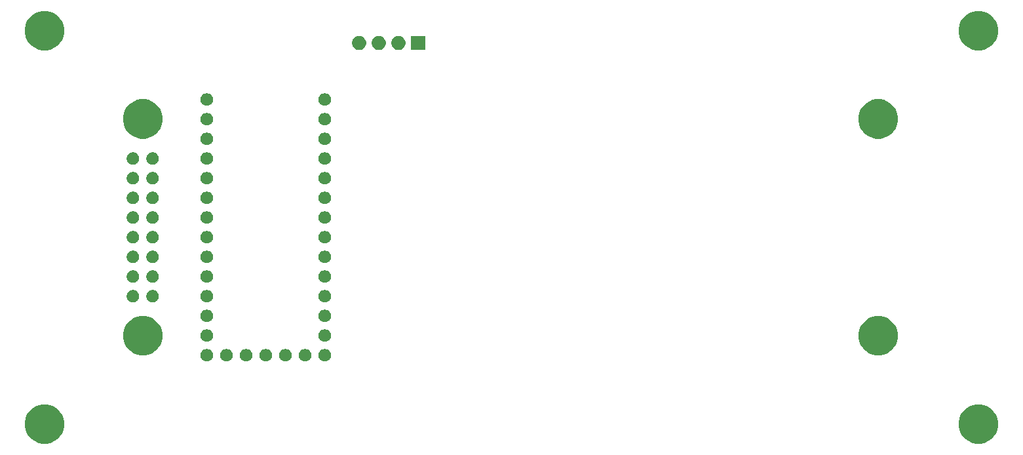
<source format=gbr>
G04 #@! TF.GenerationSoftware,KiCad,Pcbnew,(5.1.5)-3*
G04 #@! TF.CreationDate,2020-06-23T15:46:55-07:00*
G04 #@! TF.ProjectId,Display Board,44697370-6c61-4792-9042-6f6172642e6b,rev?*
G04 #@! TF.SameCoordinates,Original*
G04 #@! TF.FileFunction,Soldermask,Bot*
G04 #@! TF.FilePolarity,Negative*
%FSLAX46Y46*%
G04 Gerber Fmt 4.6, Leading zero omitted, Abs format (unit mm)*
G04 Created by KiCad (PCBNEW (5.1.5)-3) date 2020-06-23 15:46:55*
%MOMM*%
%LPD*%
G04 APERTURE LIST*
%ADD10C,0.100000*%
G04 APERTURE END LIST*
D10*
G36*
X203944098Y-118197033D02*
G01*
X204408350Y-118389332D01*
X204408352Y-118389333D01*
X204826168Y-118668509D01*
X205181491Y-119023832D01*
X205460667Y-119441648D01*
X205460668Y-119441650D01*
X205652967Y-119905902D01*
X205751000Y-120398747D01*
X205751000Y-120901253D01*
X205652967Y-121394098D01*
X205460668Y-121858350D01*
X205460667Y-121858352D01*
X205181491Y-122276168D01*
X204826168Y-122631491D01*
X204408352Y-122910667D01*
X204408351Y-122910668D01*
X204408350Y-122910668D01*
X203944098Y-123102967D01*
X203451253Y-123201000D01*
X202948747Y-123201000D01*
X202455902Y-123102967D01*
X201991650Y-122910668D01*
X201991649Y-122910668D01*
X201991648Y-122910667D01*
X201573832Y-122631491D01*
X201218509Y-122276168D01*
X200939333Y-121858352D01*
X200939332Y-121858350D01*
X200747033Y-121394098D01*
X200649000Y-120901253D01*
X200649000Y-120398747D01*
X200747033Y-119905902D01*
X200939332Y-119441650D01*
X200939333Y-119441648D01*
X201218509Y-119023832D01*
X201573832Y-118668509D01*
X201991648Y-118389333D01*
X201991650Y-118389332D01*
X202455902Y-118197033D01*
X202948747Y-118099000D01*
X203451253Y-118099000D01*
X203944098Y-118197033D01*
G37*
G36*
X83294098Y-118197033D02*
G01*
X83758350Y-118389332D01*
X83758352Y-118389333D01*
X84176168Y-118668509D01*
X84531491Y-119023832D01*
X84810667Y-119441648D01*
X84810668Y-119441650D01*
X85002967Y-119905902D01*
X85101000Y-120398747D01*
X85101000Y-120901253D01*
X85002967Y-121394098D01*
X84810668Y-121858350D01*
X84810667Y-121858352D01*
X84531491Y-122276168D01*
X84176168Y-122631491D01*
X83758352Y-122910667D01*
X83758351Y-122910668D01*
X83758350Y-122910668D01*
X83294098Y-123102967D01*
X82801253Y-123201000D01*
X82298747Y-123201000D01*
X81805902Y-123102967D01*
X81341650Y-122910668D01*
X81341649Y-122910668D01*
X81341648Y-122910667D01*
X80923832Y-122631491D01*
X80568509Y-122276168D01*
X80289333Y-121858352D01*
X80289332Y-121858350D01*
X80097033Y-121394098D01*
X79999000Y-120901253D01*
X79999000Y-120398747D01*
X80097033Y-119905902D01*
X80289332Y-119441650D01*
X80289333Y-119441648D01*
X80568509Y-119023832D01*
X80923832Y-118668509D01*
X81341648Y-118389333D01*
X81341650Y-118389332D01*
X81805902Y-118197033D01*
X82298747Y-118099000D01*
X82801253Y-118099000D01*
X83294098Y-118197033D01*
G37*
G36*
X111362142Y-110978242D02*
G01*
X111510101Y-111039529D01*
X111643255Y-111128499D01*
X111756501Y-111241745D01*
X111845471Y-111374899D01*
X111906758Y-111522858D01*
X111938000Y-111679925D01*
X111938000Y-111840075D01*
X111906758Y-111997142D01*
X111845471Y-112145101D01*
X111756501Y-112278255D01*
X111643255Y-112391501D01*
X111510101Y-112480471D01*
X111362142Y-112541758D01*
X111205075Y-112573000D01*
X111044925Y-112573000D01*
X110887858Y-112541758D01*
X110739899Y-112480471D01*
X110606745Y-112391501D01*
X110493499Y-112278255D01*
X110404529Y-112145101D01*
X110343242Y-111997142D01*
X110312000Y-111840075D01*
X110312000Y-111679925D01*
X110343242Y-111522858D01*
X110404529Y-111374899D01*
X110493499Y-111241745D01*
X110606745Y-111128499D01*
X110739899Y-111039529D01*
X110887858Y-110978242D01*
X111044925Y-110947000D01*
X111205075Y-110947000D01*
X111362142Y-110978242D01*
G37*
G36*
X113902142Y-110978242D02*
G01*
X114050101Y-111039529D01*
X114183255Y-111128499D01*
X114296501Y-111241745D01*
X114385471Y-111374899D01*
X114446758Y-111522858D01*
X114478000Y-111679925D01*
X114478000Y-111840075D01*
X114446758Y-111997142D01*
X114385471Y-112145101D01*
X114296501Y-112278255D01*
X114183255Y-112391501D01*
X114050101Y-112480471D01*
X113902142Y-112541758D01*
X113745075Y-112573000D01*
X113584925Y-112573000D01*
X113427858Y-112541758D01*
X113279899Y-112480471D01*
X113146745Y-112391501D01*
X113033499Y-112278255D01*
X112944529Y-112145101D01*
X112883242Y-111997142D01*
X112852000Y-111840075D01*
X112852000Y-111679925D01*
X112883242Y-111522858D01*
X112944529Y-111374899D01*
X113033499Y-111241745D01*
X113146745Y-111128499D01*
X113279899Y-111039529D01*
X113427858Y-110978242D01*
X113584925Y-110947000D01*
X113745075Y-110947000D01*
X113902142Y-110978242D01*
G37*
G36*
X108822142Y-110978242D02*
G01*
X108970101Y-111039529D01*
X109103255Y-111128499D01*
X109216501Y-111241745D01*
X109305471Y-111374899D01*
X109366758Y-111522858D01*
X109398000Y-111679925D01*
X109398000Y-111840075D01*
X109366758Y-111997142D01*
X109305471Y-112145101D01*
X109216501Y-112278255D01*
X109103255Y-112391501D01*
X108970101Y-112480471D01*
X108822142Y-112541758D01*
X108665075Y-112573000D01*
X108504925Y-112573000D01*
X108347858Y-112541758D01*
X108199899Y-112480471D01*
X108066745Y-112391501D01*
X107953499Y-112278255D01*
X107864529Y-112145101D01*
X107803242Y-111997142D01*
X107772000Y-111840075D01*
X107772000Y-111679925D01*
X107803242Y-111522858D01*
X107864529Y-111374899D01*
X107953499Y-111241745D01*
X108066745Y-111128499D01*
X108199899Y-111039529D01*
X108347858Y-110978242D01*
X108504925Y-110947000D01*
X108665075Y-110947000D01*
X108822142Y-110978242D01*
G37*
G36*
X106282142Y-110978242D02*
G01*
X106430101Y-111039529D01*
X106563255Y-111128499D01*
X106676501Y-111241745D01*
X106765471Y-111374899D01*
X106826758Y-111522858D01*
X106858000Y-111679925D01*
X106858000Y-111840075D01*
X106826758Y-111997142D01*
X106765471Y-112145101D01*
X106676501Y-112278255D01*
X106563255Y-112391501D01*
X106430101Y-112480471D01*
X106282142Y-112541758D01*
X106125075Y-112573000D01*
X105964925Y-112573000D01*
X105807858Y-112541758D01*
X105659899Y-112480471D01*
X105526745Y-112391501D01*
X105413499Y-112278255D01*
X105324529Y-112145101D01*
X105263242Y-111997142D01*
X105232000Y-111840075D01*
X105232000Y-111679925D01*
X105263242Y-111522858D01*
X105324529Y-111374899D01*
X105413499Y-111241745D01*
X105526745Y-111128499D01*
X105659899Y-111039529D01*
X105807858Y-110978242D01*
X105964925Y-110947000D01*
X106125075Y-110947000D01*
X106282142Y-110978242D01*
G37*
G36*
X118982142Y-110978242D02*
G01*
X119130101Y-111039529D01*
X119263255Y-111128499D01*
X119376501Y-111241745D01*
X119465471Y-111374899D01*
X119526758Y-111522858D01*
X119558000Y-111679925D01*
X119558000Y-111840075D01*
X119526758Y-111997142D01*
X119465471Y-112145101D01*
X119376501Y-112278255D01*
X119263255Y-112391501D01*
X119130101Y-112480471D01*
X118982142Y-112541758D01*
X118825075Y-112573000D01*
X118664925Y-112573000D01*
X118507858Y-112541758D01*
X118359899Y-112480471D01*
X118226745Y-112391501D01*
X118113499Y-112278255D01*
X118024529Y-112145101D01*
X117963242Y-111997142D01*
X117932000Y-111840075D01*
X117932000Y-111679925D01*
X117963242Y-111522858D01*
X118024529Y-111374899D01*
X118113499Y-111241745D01*
X118226745Y-111128499D01*
X118359899Y-111039529D01*
X118507858Y-110978242D01*
X118664925Y-110947000D01*
X118825075Y-110947000D01*
X118982142Y-110978242D01*
G37*
G36*
X116442142Y-110978242D02*
G01*
X116590101Y-111039529D01*
X116723255Y-111128499D01*
X116836501Y-111241745D01*
X116925471Y-111374899D01*
X116986758Y-111522858D01*
X117018000Y-111679925D01*
X117018000Y-111840075D01*
X116986758Y-111997142D01*
X116925471Y-112145101D01*
X116836501Y-112278255D01*
X116723255Y-112391501D01*
X116590101Y-112480471D01*
X116442142Y-112541758D01*
X116285075Y-112573000D01*
X116124925Y-112573000D01*
X115967858Y-112541758D01*
X115819899Y-112480471D01*
X115686745Y-112391501D01*
X115573499Y-112278255D01*
X115484529Y-112145101D01*
X115423242Y-111997142D01*
X115392000Y-111840075D01*
X115392000Y-111679925D01*
X115423242Y-111522858D01*
X115484529Y-111374899D01*
X115573499Y-111241745D01*
X115686745Y-111128499D01*
X115819899Y-111039529D01*
X115967858Y-110978242D01*
X116124925Y-110947000D01*
X116285075Y-110947000D01*
X116442142Y-110978242D01*
G37*
G36*
X103742142Y-110978242D02*
G01*
X103890101Y-111039529D01*
X104023255Y-111128499D01*
X104136501Y-111241745D01*
X104225471Y-111374899D01*
X104286758Y-111522858D01*
X104318000Y-111679925D01*
X104318000Y-111840075D01*
X104286758Y-111997142D01*
X104225471Y-112145101D01*
X104136501Y-112278255D01*
X104023255Y-112391501D01*
X103890101Y-112480471D01*
X103742142Y-112541758D01*
X103585075Y-112573000D01*
X103424925Y-112573000D01*
X103267858Y-112541758D01*
X103119899Y-112480471D01*
X102986745Y-112391501D01*
X102873499Y-112278255D01*
X102784529Y-112145101D01*
X102723242Y-111997142D01*
X102692000Y-111840075D01*
X102692000Y-111679925D01*
X102723242Y-111522858D01*
X102784529Y-111374899D01*
X102873499Y-111241745D01*
X102986745Y-111128499D01*
X103119899Y-111039529D01*
X103267858Y-110978242D01*
X103424925Y-110947000D01*
X103585075Y-110947000D01*
X103742142Y-110978242D01*
G37*
G36*
X190994098Y-106797033D02*
G01*
X191458350Y-106989332D01*
X191458352Y-106989333D01*
X191876168Y-107268509D01*
X192231491Y-107623832D01*
X192510667Y-108041648D01*
X192510668Y-108041650D01*
X192702967Y-108505902D01*
X192801000Y-108998747D01*
X192801000Y-109501253D01*
X192702967Y-109994098D01*
X192699794Y-110001758D01*
X192510667Y-110458352D01*
X192231491Y-110876168D01*
X191876168Y-111231491D01*
X191458352Y-111510667D01*
X191458351Y-111510668D01*
X191458350Y-111510668D01*
X190994098Y-111702967D01*
X190501253Y-111801000D01*
X189998747Y-111801000D01*
X189505902Y-111702967D01*
X189041650Y-111510668D01*
X189041649Y-111510668D01*
X189041648Y-111510667D01*
X188623832Y-111231491D01*
X188268509Y-110876168D01*
X187989333Y-110458352D01*
X187800206Y-110001758D01*
X187797033Y-109994098D01*
X187699000Y-109501253D01*
X187699000Y-108998747D01*
X187797033Y-108505902D01*
X187989332Y-108041650D01*
X187989333Y-108041648D01*
X188268509Y-107623832D01*
X188623832Y-107268509D01*
X189041648Y-106989333D01*
X189041650Y-106989332D01*
X189505902Y-106797033D01*
X189998747Y-106699000D01*
X190501253Y-106699000D01*
X190994098Y-106797033D01*
G37*
G36*
X95994098Y-106797033D02*
G01*
X96458350Y-106989332D01*
X96458352Y-106989333D01*
X96876168Y-107268509D01*
X97231491Y-107623832D01*
X97510667Y-108041648D01*
X97510668Y-108041650D01*
X97702967Y-108505902D01*
X97801000Y-108998747D01*
X97801000Y-109501253D01*
X97702967Y-109994098D01*
X97699794Y-110001758D01*
X97510667Y-110458352D01*
X97231491Y-110876168D01*
X96876168Y-111231491D01*
X96458352Y-111510667D01*
X96458351Y-111510668D01*
X96458350Y-111510668D01*
X95994098Y-111702967D01*
X95501253Y-111801000D01*
X94998747Y-111801000D01*
X94505902Y-111702967D01*
X94041650Y-111510668D01*
X94041649Y-111510668D01*
X94041648Y-111510667D01*
X93623832Y-111231491D01*
X93268509Y-110876168D01*
X92989333Y-110458352D01*
X92800206Y-110001758D01*
X92797033Y-109994098D01*
X92699000Y-109501253D01*
X92699000Y-108998747D01*
X92797033Y-108505902D01*
X92989332Y-108041650D01*
X92989333Y-108041648D01*
X93268509Y-107623832D01*
X93623832Y-107268509D01*
X94041648Y-106989333D01*
X94041650Y-106989332D01*
X94505902Y-106797033D01*
X94998747Y-106699000D01*
X95501253Y-106699000D01*
X95994098Y-106797033D01*
G37*
G36*
X118982142Y-108438242D02*
G01*
X119130101Y-108499529D01*
X119263255Y-108588499D01*
X119376501Y-108701745D01*
X119465471Y-108834899D01*
X119526758Y-108982858D01*
X119558000Y-109139925D01*
X119558000Y-109300075D01*
X119526758Y-109457142D01*
X119465471Y-109605101D01*
X119376501Y-109738255D01*
X119263255Y-109851501D01*
X119130101Y-109940471D01*
X118982142Y-110001758D01*
X118825075Y-110033000D01*
X118664925Y-110033000D01*
X118507858Y-110001758D01*
X118359899Y-109940471D01*
X118226745Y-109851501D01*
X118113499Y-109738255D01*
X118024529Y-109605101D01*
X117963242Y-109457142D01*
X117932000Y-109300075D01*
X117932000Y-109139925D01*
X117963242Y-108982858D01*
X118024529Y-108834899D01*
X118113499Y-108701745D01*
X118226745Y-108588499D01*
X118359899Y-108499529D01*
X118507858Y-108438242D01*
X118664925Y-108407000D01*
X118825075Y-108407000D01*
X118982142Y-108438242D01*
G37*
G36*
X103742142Y-108438242D02*
G01*
X103890101Y-108499529D01*
X104023255Y-108588499D01*
X104136501Y-108701745D01*
X104225471Y-108834899D01*
X104286758Y-108982858D01*
X104318000Y-109139925D01*
X104318000Y-109300075D01*
X104286758Y-109457142D01*
X104225471Y-109605101D01*
X104136501Y-109738255D01*
X104023255Y-109851501D01*
X103890101Y-109940471D01*
X103742142Y-110001758D01*
X103585075Y-110033000D01*
X103424925Y-110033000D01*
X103267858Y-110001758D01*
X103119899Y-109940471D01*
X102986745Y-109851501D01*
X102873499Y-109738255D01*
X102784529Y-109605101D01*
X102723242Y-109457142D01*
X102692000Y-109300075D01*
X102692000Y-109139925D01*
X102723242Y-108982858D01*
X102784529Y-108834899D01*
X102873499Y-108701745D01*
X102986745Y-108588499D01*
X103119899Y-108499529D01*
X103267858Y-108438242D01*
X103424925Y-108407000D01*
X103585075Y-108407000D01*
X103742142Y-108438242D01*
G37*
G36*
X103742142Y-105898242D02*
G01*
X103890101Y-105959529D01*
X104023255Y-106048499D01*
X104136501Y-106161745D01*
X104225471Y-106294899D01*
X104286758Y-106442858D01*
X104318000Y-106599925D01*
X104318000Y-106760075D01*
X104286758Y-106917142D01*
X104225471Y-107065101D01*
X104136501Y-107198255D01*
X104023255Y-107311501D01*
X103890101Y-107400471D01*
X103742142Y-107461758D01*
X103585075Y-107493000D01*
X103424925Y-107493000D01*
X103267858Y-107461758D01*
X103119899Y-107400471D01*
X102986745Y-107311501D01*
X102873499Y-107198255D01*
X102784529Y-107065101D01*
X102723242Y-106917142D01*
X102692000Y-106760075D01*
X102692000Y-106599925D01*
X102723242Y-106442858D01*
X102784529Y-106294899D01*
X102873499Y-106161745D01*
X102986745Y-106048499D01*
X103119899Y-105959529D01*
X103267858Y-105898242D01*
X103424925Y-105867000D01*
X103585075Y-105867000D01*
X103742142Y-105898242D01*
G37*
G36*
X118982142Y-105898242D02*
G01*
X119130101Y-105959529D01*
X119263255Y-106048499D01*
X119376501Y-106161745D01*
X119465471Y-106294899D01*
X119526758Y-106442858D01*
X119558000Y-106599925D01*
X119558000Y-106760075D01*
X119526758Y-106917142D01*
X119465471Y-107065101D01*
X119376501Y-107198255D01*
X119263255Y-107311501D01*
X119130101Y-107400471D01*
X118982142Y-107461758D01*
X118825075Y-107493000D01*
X118664925Y-107493000D01*
X118507858Y-107461758D01*
X118359899Y-107400471D01*
X118226745Y-107311501D01*
X118113499Y-107198255D01*
X118024529Y-107065101D01*
X117963242Y-106917142D01*
X117932000Y-106760075D01*
X117932000Y-106599925D01*
X117963242Y-106442858D01*
X118024529Y-106294899D01*
X118113499Y-106161745D01*
X118226745Y-106048499D01*
X118359899Y-105959529D01*
X118507858Y-105898242D01*
X118664925Y-105867000D01*
X118825075Y-105867000D01*
X118982142Y-105898242D01*
G37*
G36*
X103742142Y-103358242D02*
G01*
X103890101Y-103419529D01*
X104023255Y-103508499D01*
X104136501Y-103621745D01*
X104225471Y-103754899D01*
X104286758Y-103902858D01*
X104318000Y-104059925D01*
X104318000Y-104220075D01*
X104286758Y-104377142D01*
X104225471Y-104525101D01*
X104136501Y-104658255D01*
X104023255Y-104771501D01*
X103890101Y-104860471D01*
X103742142Y-104921758D01*
X103585075Y-104953000D01*
X103424925Y-104953000D01*
X103267858Y-104921758D01*
X103119899Y-104860471D01*
X102986745Y-104771501D01*
X102873499Y-104658255D01*
X102784529Y-104525101D01*
X102723242Y-104377142D01*
X102692000Y-104220075D01*
X102692000Y-104059925D01*
X102723242Y-103902858D01*
X102784529Y-103754899D01*
X102873499Y-103621745D01*
X102986745Y-103508499D01*
X103119899Y-103419529D01*
X103267858Y-103358242D01*
X103424925Y-103327000D01*
X103585075Y-103327000D01*
X103742142Y-103358242D01*
G37*
G36*
X94217142Y-103358242D02*
G01*
X94365101Y-103419529D01*
X94498255Y-103508499D01*
X94611501Y-103621745D01*
X94700471Y-103754899D01*
X94761758Y-103902858D01*
X94793000Y-104059925D01*
X94793000Y-104220075D01*
X94761758Y-104377142D01*
X94700471Y-104525101D01*
X94611501Y-104658255D01*
X94498255Y-104771501D01*
X94365101Y-104860471D01*
X94217142Y-104921758D01*
X94060075Y-104953000D01*
X93899925Y-104953000D01*
X93742858Y-104921758D01*
X93594899Y-104860471D01*
X93461745Y-104771501D01*
X93348499Y-104658255D01*
X93259529Y-104525101D01*
X93198242Y-104377142D01*
X93167000Y-104220075D01*
X93167000Y-104059925D01*
X93198242Y-103902858D01*
X93259529Y-103754899D01*
X93348499Y-103621745D01*
X93461745Y-103508499D01*
X93594899Y-103419529D01*
X93742858Y-103358242D01*
X93899925Y-103327000D01*
X94060075Y-103327000D01*
X94217142Y-103358242D01*
G37*
G36*
X96757142Y-103358242D02*
G01*
X96905101Y-103419529D01*
X97038255Y-103508499D01*
X97151501Y-103621745D01*
X97240471Y-103754899D01*
X97301758Y-103902858D01*
X97333000Y-104059925D01*
X97333000Y-104220075D01*
X97301758Y-104377142D01*
X97240471Y-104525101D01*
X97151501Y-104658255D01*
X97038255Y-104771501D01*
X96905101Y-104860471D01*
X96757142Y-104921758D01*
X96600075Y-104953000D01*
X96439925Y-104953000D01*
X96282858Y-104921758D01*
X96134899Y-104860471D01*
X96001745Y-104771501D01*
X95888499Y-104658255D01*
X95799529Y-104525101D01*
X95738242Y-104377142D01*
X95707000Y-104220075D01*
X95707000Y-104059925D01*
X95738242Y-103902858D01*
X95799529Y-103754899D01*
X95888499Y-103621745D01*
X96001745Y-103508499D01*
X96134899Y-103419529D01*
X96282858Y-103358242D01*
X96439925Y-103327000D01*
X96600075Y-103327000D01*
X96757142Y-103358242D01*
G37*
G36*
X118982142Y-103358242D02*
G01*
X119130101Y-103419529D01*
X119263255Y-103508499D01*
X119376501Y-103621745D01*
X119465471Y-103754899D01*
X119526758Y-103902858D01*
X119558000Y-104059925D01*
X119558000Y-104220075D01*
X119526758Y-104377142D01*
X119465471Y-104525101D01*
X119376501Y-104658255D01*
X119263255Y-104771501D01*
X119130101Y-104860471D01*
X118982142Y-104921758D01*
X118825075Y-104953000D01*
X118664925Y-104953000D01*
X118507858Y-104921758D01*
X118359899Y-104860471D01*
X118226745Y-104771501D01*
X118113499Y-104658255D01*
X118024529Y-104525101D01*
X117963242Y-104377142D01*
X117932000Y-104220075D01*
X117932000Y-104059925D01*
X117963242Y-103902858D01*
X118024529Y-103754899D01*
X118113499Y-103621745D01*
X118226745Y-103508499D01*
X118359899Y-103419529D01*
X118507858Y-103358242D01*
X118664925Y-103327000D01*
X118825075Y-103327000D01*
X118982142Y-103358242D01*
G37*
G36*
X118982142Y-100818242D02*
G01*
X119130101Y-100879529D01*
X119263255Y-100968499D01*
X119376501Y-101081745D01*
X119465471Y-101214899D01*
X119526758Y-101362858D01*
X119558000Y-101519925D01*
X119558000Y-101680075D01*
X119526758Y-101837142D01*
X119465471Y-101985101D01*
X119376501Y-102118255D01*
X119263255Y-102231501D01*
X119130101Y-102320471D01*
X118982142Y-102381758D01*
X118825075Y-102413000D01*
X118664925Y-102413000D01*
X118507858Y-102381758D01*
X118359899Y-102320471D01*
X118226745Y-102231501D01*
X118113499Y-102118255D01*
X118024529Y-101985101D01*
X117963242Y-101837142D01*
X117932000Y-101680075D01*
X117932000Y-101519925D01*
X117963242Y-101362858D01*
X118024529Y-101214899D01*
X118113499Y-101081745D01*
X118226745Y-100968499D01*
X118359899Y-100879529D01*
X118507858Y-100818242D01*
X118664925Y-100787000D01*
X118825075Y-100787000D01*
X118982142Y-100818242D01*
G37*
G36*
X96757142Y-100818242D02*
G01*
X96905101Y-100879529D01*
X97038255Y-100968499D01*
X97151501Y-101081745D01*
X97240471Y-101214899D01*
X97301758Y-101362858D01*
X97333000Y-101519925D01*
X97333000Y-101680075D01*
X97301758Y-101837142D01*
X97240471Y-101985101D01*
X97151501Y-102118255D01*
X97038255Y-102231501D01*
X96905101Y-102320471D01*
X96757142Y-102381758D01*
X96600075Y-102413000D01*
X96439925Y-102413000D01*
X96282858Y-102381758D01*
X96134899Y-102320471D01*
X96001745Y-102231501D01*
X95888499Y-102118255D01*
X95799529Y-101985101D01*
X95738242Y-101837142D01*
X95707000Y-101680075D01*
X95707000Y-101519925D01*
X95738242Y-101362858D01*
X95799529Y-101214899D01*
X95888499Y-101081745D01*
X96001745Y-100968499D01*
X96134899Y-100879529D01*
X96282858Y-100818242D01*
X96439925Y-100787000D01*
X96600075Y-100787000D01*
X96757142Y-100818242D01*
G37*
G36*
X94217142Y-100818242D02*
G01*
X94365101Y-100879529D01*
X94498255Y-100968499D01*
X94611501Y-101081745D01*
X94700471Y-101214899D01*
X94761758Y-101362858D01*
X94793000Y-101519925D01*
X94793000Y-101680075D01*
X94761758Y-101837142D01*
X94700471Y-101985101D01*
X94611501Y-102118255D01*
X94498255Y-102231501D01*
X94365101Y-102320471D01*
X94217142Y-102381758D01*
X94060075Y-102413000D01*
X93899925Y-102413000D01*
X93742858Y-102381758D01*
X93594899Y-102320471D01*
X93461745Y-102231501D01*
X93348499Y-102118255D01*
X93259529Y-101985101D01*
X93198242Y-101837142D01*
X93167000Y-101680075D01*
X93167000Y-101519925D01*
X93198242Y-101362858D01*
X93259529Y-101214899D01*
X93348499Y-101081745D01*
X93461745Y-100968499D01*
X93594899Y-100879529D01*
X93742858Y-100818242D01*
X93899925Y-100787000D01*
X94060075Y-100787000D01*
X94217142Y-100818242D01*
G37*
G36*
X103742142Y-100818242D02*
G01*
X103890101Y-100879529D01*
X104023255Y-100968499D01*
X104136501Y-101081745D01*
X104225471Y-101214899D01*
X104286758Y-101362858D01*
X104318000Y-101519925D01*
X104318000Y-101680075D01*
X104286758Y-101837142D01*
X104225471Y-101985101D01*
X104136501Y-102118255D01*
X104023255Y-102231501D01*
X103890101Y-102320471D01*
X103742142Y-102381758D01*
X103585075Y-102413000D01*
X103424925Y-102413000D01*
X103267858Y-102381758D01*
X103119899Y-102320471D01*
X102986745Y-102231501D01*
X102873499Y-102118255D01*
X102784529Y-101985101D01*
X102723242Y-101837142D01*
X102692000Y-101680075D01*
X102692000Y-101519925D01*
X102723242Y-101362858D01*
X102784529Y-101214899D01*
X102873499Y-101081745D01*
X102986745Y-100968499D01*
X103119899Y-100879529D01*
X103267858Y-100818242D01*
X103424925Y-100787000D01*
X103585075Y-100787000D01*
X103742142Y-100818242D01*
G37*
G36*
X94217142Y-98278242D02*
G01*
X94365101Y-98339529D01*
X94498255Y-98428499D01*
X94611501Y-98541745D01*
X94700471Y-98674899D01*
X94761758Y-98822858D01*
X94793000Y-98979925D01*
X94793000Y-99140075D01*
X94761758Y-99297142D01*
X94700471Y-99445101D01*
X94611501Y-99578255D01*
X94498255Y-99691501D01*
X94365101Y-99780471D01*
X94217142Y-99841758D01*
X94060075Y-99873000D01*
X93899925Y-99873000D01*
X93742858Y-99841758D01*
X93594899Y-99780471D01*
X93461745Y-99691501D01*
X93348499Y-99578255D01*
X93259529Y-99445101D01*
X93198242Y-99297142D01*
X93167000Y-99140075D01*
X93167000Y-98979925D01*
X93198242Y-98822858D01*
X93259529Y-98674899D01*
X93348499Y-98541745D01*
X93461745Y-98428499D01*
X93594899Y-98339529D01*
X93742858Y-98278242D01*
X93899925Y-98247000D01*
X94060075Y-98247000D01*
X94217142Y-98278242D01*
G37*
G36*
X96757142Y-98278242D02*
G01*
X96905101Y-98339529D01*
X97038255Y-98428499D01*
X97151501Y-98541745D01*
X97240471Y-98674899D01*
X97301758Y-98822858D01*
X97333000Y-98979925D01*
X97333000Y-99140075D01*
X97301758Y-99297142D01*
X97240471Y-99445101D01*
X97151501Y-99578255D01*
X97038255Y-99691501D01*
X96905101Y-99780471D01*
X96757142Y-99841758D01*
X96600075Y-99873000D01*
X96439925Y-99873000D01*
X96282858Y-99841758D01*
X96134899Y-99780471D01*
X96001745Y-99691501D01*
X95888499Y-99578255D01*
X95799529Y-99445101D01*
X95738242Y-99297142D01*
X95707000Y-99140075D01*
X95707000Y-98979925D01*
X95738242Y-98822858D01*
X95799529Y-98674899D01*
X95888499Y-98541745D01*
X96001745Y-98428499D01*
X96134899Y-98339529D01*
X96282858Y-98278242D01*
X96439925Y-98247000D01*
X96600075Y-98247000D01*
X96757142Y-98278242D01*
G37*
G36*
X103742142Y-98278242D02*
G01*
X103890101Y-98339529D01*
X104023255Y-98428499D01*
X104136501Y-98541745D01*
X104225471Y-98674899D01*
X104286758Y-98822858D01*
X104318000Y-98979925D01*
X104318000Y-99140075D01*
X104286758Y-99297142D01*
X104225471Y-99445101D01*
X104136501Y-99578255D01*
X104023255Y-99691501D01*
X103890101Y-99780471D01*
X103742142Y-99841758D01*
X103585075Y-99873000D01*
X103424925Y-99873000D01*
X103267858Y-99841758D01*
X103119899Y-99780471D01*
X102986745Y-99691501D01*
X102873499Y-99578255D01*
X102784529Y-99445101D01*
X102723242Y-99297142D01*
X102692000Y-99140075D01*
X102692000Y-98979925D01*
X102723242Y-98822858D01*
X102784529Y-98674899D01*
X102873499Y-98541745D01*
X102986745Y-98428499D01*
X103119899Y-98339529D01*
X103267858Y-98278242D01*
X103424925Y-98247000D01*
X103585075Y-98247000D01*
X103742142Y-98278242D01*
G37*
G36*
X118982142Y-98278242D02*
G01*
X119130101Y-98339529D01*
X119263255Y-98428499D01*
X119376501Y-98541745D01*
X119465471Y-98674899D01*
X119526758Y-98822858D01*
X119558000Y-98979925D01*
X119558000Y-99140075D01*
X119526758Y-99297142D01*
X119465471Y-99445101D01*
X119376501Y-99578255D01*
X119263255Y-99691501D01*
X119130101Y-99780471D01*
X118982142Y-99841758D01*
X118825075Y-99873000D01*
X118664925Y-99873000D01*
X118507858Y-99841758D01*
X118359899Y-99780471D01*
X118226745Y-99691501D01*
X118113499Y-99578255D01*
X118024529Y-99445101D01*
X117963242Y-99297142D01*
X117932000Y-99140075D01*
X117932000Y-98979925D01*
X117963242Y-98822858D01*
X118024529Y-98674899D01*
X118113499Y-98541745D01*
X118226745Y-98428499D01*
X118359899Y-98339529D01*
X118507858Y-98278242D01*
X118664925Y-98247000D01*
X118825075Y-98247000D01*
X118982142Y-98278242D01*
G37*
G36*
X94217142Y-95738242D02*
G01*
X94365101Y-95799529D01*
X94498255Y-95888499D01*
X94611501Y-96001745D01*
X94700471Y-96134899D01*
X94761758Y-96282858D01*
X94793000Y-96439925D01*
X94793000Y-96600075D01*
X94761758Y-96757142D01*
X94700471Y-96905101D01*
X94611501Y-97038255D01*
X94498255Y-97151501D01*
X94365101Y-97240471D01*
X94217142Y-97301758D01*
X94060075Y-97333000D01*
X93899925Y-97333000D01*
X93742858Y-97301758D01*
X93594899Y-97240471D01*
X93461745Y-97151501D01*
X93348499Y-97038255D01*
X93259529Y-96905101D01*
X93198242Y-96757142D01*
X93167000Y-96600075D01*
X93167000Y-96439925D01*
X93198242Y-96282858D01*
X93259529Y-96134899D01*
X93348499Y-96001745D01*
X93461745Y-95888499D01*
X93594899Y-95799529D01*
X93742858Y-95738242D01*
X93899925Y-95707000D01*
X94060075Y-95707000D01*
X94217142Y-95738242D01*
G37*
G36*
X96757142Y-95738242D02*
G01*
X96905101Y-95799529D01*
X97038255Y-95888499D01*
X97151501Y-96001745D01*
X97240471Y-96134899D01*
X97301758Y-96282858D01*
X97333000Y-96439925D01*
X97333000Y-96600075D01*
X97301758Y-96757142D01*
X97240471Y-96905101D01*
X97151501Y-97038255D01*
X97038255Y-97151501D01*
X96905101Y-97240471D01*
X96757142Y-97301758D01*
X96600075Y-97333000D01*
X96439925Y-97333000D01*
X96282858Y-97301758D01*
X96134899Y-97240471D01*
X96001745Y-97151501D01*
X95888499Y-97038255D01*
X95799529Y-96905101D01*
X95738242Y-96757142D01*
X95707000Y-96600075D01*
X95707000Y-96439925D01*
X95738242Y-96282858D01*
X95799529Y-96134899D01*
X95888499Y-96001745D01*
X96001745Y-95888499D01*
X96134899Y-95799529D01*
X96282858Y-95738242D01*
X96439925Y-95707000D01*
X96600075Y-95707000D01*
X96757142Y-95738242D01*
G37*
G36*
X118982142Y-95738242D02*
G01*
X119130101Y-95799529D01*
X119263255Y-95888499D01*
X119376501Y-96001745D01*
X119465471Y-96134899D01*
X119526758Y-96282858D01*
X119558000Y-96439925D01*
X119558000Y-96600075D01*
X119526758Y-96757142D01*
X119465471Y-96905101D01*
X119376501Y-97038255D01*
X119263255Y-97151501D01*
X119130101Y-97240471D01*
X118982142Y-97301758D01*
X118825075Y-97333000D01*
X118664925Y-97333000D01*
X118507858Y-97301758D01*
X118359899Y-97240471D01*
X118226745Y-97151501D01*
X118113499Y-97038255D01*
X118024529Y-96905101D01*
X117963242Y-96757142D01*
X117932000Y-96600075D01*
X117932000Y-96439925D01*
X117963242Y-96282858D01*
X118024529Y-96134899D01*
X118113499Y-96001745D01*
X118226745Y-95888499D01*
X118359899Y-95799529D01*
X118507858Y-95738242D01*
X118664925Y-95707000D01*
X118825075Y-95707000D01*
X118982142Y-95738242D01*
G37*
G36*
X103742142Y-95738242D02*
G01*
X103890101Y-95799529D01*
X104023255Y-95888499D01*
X104136501Y-96001745D01*
X104225471Y-96134899D01*
X104286758Y-96282858D01*
X104318000Y-96439925D01*
X104318000Y-96600075D01*
X104286758Y-96757142D01*
X104225471Y-96905101D01*
X104136501Y-97038255D01*
X104023255Y-97151501D01*
X103890101Y-97240471D01*
X103742142Y-97301758D01*
X103585075Y-97333000D01*
X103424925Y-97333000D01*
X103267858Y-97301758D01*
X103119899Y-97240471D01*
X102986745Y-97151501D01*
X102873499Y-97038255D01*
X102784529Y-96905101D01*
X102723242Y-96757142D01*
X102692000Y-96600075D01*
X102692000Y-96439925D01*
X102723242Y-96282858D01*
X102784529Y-96134899D01*
X102873499Y-96001745D01*
X102986745Y-95888499D01*
X103119899Y-95799529D01*
X103267858Y-95738242D01*
X103424925Y-95707000D01*
X103585075Y-95707000D01*
X103742142Y-95738242D01*
G37*
G36*
X94217142Y-93198242D02*
G01*
X94365101Y-93259529D01*
X94498255Y-93348499D01*
X94611501Y-93461745D01*
X94700471Y-93594899D01*
X94761758Y-93742858D01*
X94793000Y-93899925D01*
X94793000Y-94060075D01*
X94761758Y-94217142D01*
X94700471Y-94365101D01*
X94611501Y-94498255D01*
X94498255Y-94611501D01*
X94365101Y-94700471D01*
X94217142Y-94761758D01*
X94060075Y-94793000D01*
X93899925Y-94793000D01*
X93742858Y-94761758D01*
X93594899Y-94700471D01*
X93461745Y-94611501D01*
X93348499Y-94498255D01*
X93259529Y-94365101D01*
X93198242Y-94217142D01*
X93167000Y-94060075D01*
X93167000Y-93899925D01*
X93198242Y-93742858D01*
X93259529Y-93594899D01*
X93348499Y-93461745D01*
X93461745Y-93348499D01*
X93594899Y-93259529D01*
X93742858Y-93198242D01*
X93899925Y-93167000D01*
X94060075Y-93167000D01*
X94217142Y-93198242D01*
G37*
G36*
X96757142Y-93198242D02*
G01*
X96905101Y-93259529D01*
X97038255Y-93348499D01*
X97151501Y-93461745D01*
X97240471Y-93594899D01*
X97301758Y-93742858D01*
X97333000Y-93899925D01*
X97333000Y-94060075D01*
X97301758Y-94217142D01*
X97240471Y-94365101D01*
X97151501Y-94498255D01*
X97038255Y-94611501D01*
X96905101Y-94700471D01*
X96757142Y-94761758D01*
X96600075Y-94793000D01*
X96439925Y-94793000D01*
X96282858Y-94761758D01*
X96134899Y-94700471D01*
X96001745Y-94611501D01*
X95888499Y-94498255D01*
X95799529Y-94365101D01*
X95738242Y-94217142D01*
X95707000Y-94060075D01*
X95707000Y-93899925D01*
X95738242Y-93742858D01*
X95799529Y-93594899D01*
X95888499Y-93461745D01*
X96001745Y-93348499D01*
X96134899Y-93259529D01*
X96282858Y-93198242D01*
X96439925Y-93167000D01*
X96600075Y-93167000D01*
X96757142Y-93198242D01*
G37*
G36*
X103742142Y-93198242D02*
G01*
X103890101Y-93259529D01*
X104023255Y-93348499D01*
X104136501Y-93461745D01*
X104225471Y-93594899D01*
X104286758Y-93742858D01*
X104318000Y-93899925D01*
X104318000Y-94060075D01*
X104286758Y-94217142D01*
X104225471Y-94365101D01*
X104136501Y-94498255D01*
X104023255Y-94611501D01*
X103890101Y-94700471D01*
X103742142Y-94761758D01*
X103585075Y-94793000D01*
X103424925Y-94793000D01*
X103267858Y-94761758D01*
X103119899Y-94700471D01*
X102986745Y-94611501D01*
X102873499Y-94498255D01*
X102784529Y-94365101D01*
X102723242Y-94217142D01*
X102692000Y-94060075D01*
X102692000Y-93899925D01*
X102723242Y-93742858D01*
X102784529Y-93594899D01*
X102873499Y-93461745D01*
X102986745Y-93348499D01*
X103119899Y-93259529D01*
X103267858Y-93198242D01*
X103424925Y-93167000D01*
X103585075Y-93167000D01*
X103742142Y-93198242D01*
G37*
G36*
X118982142Y-93198242D02*
G01*
X119130101Y-93259529D01*
X119263255Y-93348499D01*
X119376501Y-93461745D01*
X119465471Y-93594899D01*
X119526758Y-93742858D01*
X119558000Y-93899925D01*
X119558000Y-94060075D01*
X119526758Y-94217142D01*
X119465471Y-94365101D01*
X119376501Y-94498255D01*
X119263255Y-94611501D01*
X119130101Y-94700471D01*
X118982142Y-94761758D01*
X118825075Y-94793000D01*
X118664925Y-94793000D01*
X118507858Y-94761758D01*
X118359899Y-94700471D01*
X118226745Y-94611501D01*
X118113499Y-94498255D01*
X118024529Y-94365101D01*
X117963242Y-94217142D01*
X117932000Y-94060075D01*
X117932000Y-93899925D01*
X117963242Y-93742858D01*
X118024529Y-93594899D01*
X118113499Y-93461745D01*
X118226745Y-93348499D01*
X118359899Y-93259529D01*
X118507858Y-93198242D01*
X118664925Y-93167000D01*
X118825075Y-93167000D01*
X118982142Y-93198242D01*
G37*
G36*
X103742142Y-90658242D02*
G01*
X103890101Y-90719529D01*
X104023255Y-90808499D01*
X104136501Y-90921745D01*
X104225471Y-91054899D01*
X104286758Y-91202858D01*
X104318000Y-91359925D01*
X104318000Y-91520075D01*
X104286758Y-91677142D01*
X104225471Y-91825101D01*
X104136501Y-91958255D01*
X104023255Y-92071501D01*
X103890101Y-92160471D01*
X103742142Y-92221758D01*
X103585075Y-92253000D01*
X103424925Y-92253000D01*
X103267858Y-92221758D01*
X103119899Y-92160471D01*
X102986745Y-92071501D01*
X102873499Y-91958255D01*
X102784529Y-91825101D01*
X102723242Y-91677142D01*
X102692000Y-91520075D01*
X102692000Y-91359925D01*
X102723242Y-91202858D01*
X102784529Y-91054899D01*
X102873499Y-90921745D01*
X102986745Y-90808499D01*
X103119899Y-90719529D01*
X103267858Y-90658242D01*
X103424925Y-90627000D01*
X103585075Y-90627000D01*
X103742142Y-90658242D01*
G37*
G36*
X118982142Y-90658242D02*
G01*
X119130101Y-90719529D01*
X119263255Y-90808499D01*
X119376501Y-90921745D01*
X119465471Y-91054899D01*
X119526758Y-91202858D01*
X119558000Y-91359925D01*
X119558000Y-91520075D01*
X119526758Y-91677142D01*
X119465471Y-91825101D01*
X119376501Y-91958255D01*
X119263255Y-92071501D01*
X119130101Y-92160471D01*
X118982142Y-92221758D01*
X118825075Y-92253000D01*
X118664925Y-92253000D01*
X118507858Y-92221758D01*
X118359899Y-92160471D01*
X118226745Y-92071501D01*
X118113499Y-91958255D01*
X118024529Y-91825101D01*
X117963242Y-91677142D01*
X117932000Y-91520075D01*
X117932000Y-91359925D01*
X117963242Y-91202858D01*
X118024529Y-91054899D01*
X118113499Y-90921745D01*
X118226745Y-90808499D01*
X118359899Y-90719529D01*
X118507858Y-90658242D01*
X118664925Y-90627000D01*
X118825075Y-90627000D01*
X118982142Y-90658242D01*
G37*
G36*
X96757142Y-90658242D02*
G01*
X96905101Y-90719529D01*
X97038255Y-90808499D01*
X97151501Y-90921745D01*
X97240471Y-91054899D01*
X97301758Y-91202858D01*
X97333000Y-91359925D01*
X97333000Y-91520075D01*
X97301758Y-91677142D01*
X97240471Y-91825101D01*
X97151501Y-91958255D01*
X97038255Y-92071501D01*
X96905101Y-92160471D01*
X96757142Y-92221758D01*
X96600075Y-92253000D01*
X96439925Y-92253000D01*
X96282858Y-92221758D01*
X96134899Y-92160471D01*
X96001745Y-92071501D01*
X95888499Y-91958255D01*
X95799529Y-91825101D01*
X95738242Y-91677142D01*
X95707000Y-91520075D01*
X95707000Y-91359925D01*
X95738242Y-91202858D01*
X95799529Y-91054899D01*
X95888499Y-90921745D01*
X96001745Y-90808499D01*
X96134899Y-90719529D01*
X96282858Y-90658242D01*
X96439925Y-90627000D01*
X96600075Y-90627000D01*
X96757142Y-90658242D01*
G37*
G36*
X94217142Y-90658242D02*
G01*
X94365101Y-90719529D01*
X94498255Y-90808499D01*
X94611501Y-90921745D01*
X94700471Y-91054899D01*
X94761758Y-91202858D01*
X94793000Y-91359925D01*
X94793000Y-91520075D01*
X94761758Y-91677142D01*
X94700471Y-91825101D01*
X94611501Y-91958255D01*
X94498255Y-92071501D01*
X94365101Y-92160471D01*
X94217142Y-92221758D01*
X94060075Y-92253000D01*
X93899925Y-92253000D01*
X93742858Y-92221758D01*
X93594899Y-92160471D01*
X93461745Y-92071501D01*
X93348499Y-91958255D01*
X93259529Y-91825101D01*
X93198242Y-91677142D01*
X93167000Y-91520075D01*
X93167000Y-91359925D01*
X93198242Y-91202858D01*
X93259529Y-91054899D01*
X93348499Y-90921745D01*
X93461745Y-90808499D01*
X93594899Y-90719529D01*
X93742858Y-90658242D01*
X93899925Y-90627000D01*
X94060075Y-90627000D01*
X94217142Y-90658242D01*
G37*
G36*
X96757142Y-88118242D02*
G01*
X96905101Y-88179529D01*
X97038255Y-88268499D01*
X97151501Y-88381745D01*
X97240471Y-88514899D01*
X97301758Y-88662858D01*
X97333000Y-88819925D01*
X97333000Y-88980075D01*
X97301758Y-89137142D01*
X97240471Y-89285101D01*
X97151501Y-89418255D01*
X97038255Y-89531501D01*
X96905101Y-89620471D01*
X96757142Y-89681758D01*
X96600075Y-89713000D01*
X96439925Y-89713000D01*
X96282858Y-89681758D01*
X96134899Y-89620471D01*
X96001745Y-89531501D01*
X95888499Y-89418255D01*
X95799529Y-89285101D01*
X95738242Y-89137142D01*
X95707000Y-88980075D01*
X95707000Y-88819925D01*
X95738242Y-88662858D01*
X95799529Y-88514899D01*
X95888499Y-88381745D01*
X96001745Y-88268499D01*
X96134899Y-88179529D01*
X96282858Y-88118242D01*
X96439925Y-88087000D01*
X96600075Y-88087000D01*
X96757142Y-88118242D01*
G37*
G36*
X103742142Y-88118242D02*
G01*
X103890101Y-88179529D01*
X104023255Y-88268499D01*
X104136501Y-88381745D01*
X104225471Y-88514899D01*
X104286758Y-88662858D01*
X104318000Y-88819925D01*
X104318000Y-88980075D01*
X104286758Y-89137142D01*
X104225471Y-89285101D01*
X104136501Y-89418255D01*
X104023255Y-89531501D01*
X103890101Y-89620471D01*
X103742142Y-89681758D01*
X103585075Y-89713000D01*
X103424925Y-89713000D01*
X103267858Y-89681758D01*
X103119899Y-89620471D01*
X102986745Y-89531501D01*
X102873499Y-89418255D01*
X102784529Y-89285101D01*
X102723242Y-89137142D01*
X102692000Y-88980075D01*
X102692000Y-88819925D01*
X102723242Y-88662858D01*
X102784529Y-88514899D01*
X102873499Y-88381745D01*
X102986745Y-88268499D01*
X103119899Y-88179529D01*
X103267858Y-88118242D01*
X103424925Y-88087000D01*
X103585075Y-88087000D01*
X103742142Y-88118242D01*
G37*
G36*
X118982142Y-88118242D02*
G01*
X119130101Y-88179529D01*
X119263255Y-88268499D01*
X119376501Y-88381745D01*
X119465471Y-88514899D01*
X119526758Y-88662858D01*
X119558000Y-88819925D01*
X119558000Y-88980075D01*
X119526758Y-89137142D01*
X119465471Y-89285101D01*
X119376501Y-89418255D01*
X119263255Y-89531501D01*
X119130101Y-89620471D01*
X118982142Y-89681758D01*
X118825075Y-89713000D01*
X118664925Y-89713000D01*
X118507858Y-89681758D01*
X118359899Y-89620471D01*
X118226745Y-89531501D01*
X118113499Y-89418255D01*
X118024529Y-89285101D01*
X117963242Y-89137142D01*
X117932000Y-88980075D01*
X117932000Y-88819925D01*
X117963242Y-88662858D01*
X118024529Y-88514899D01*
X118113499Y-88381745D01*
X118226745Y-88268499D01*
X118359899Y-88179529D01*
X118507858Y-88118242D01*
X118664925Y-88087000D01*
X118825075Y-88087000D01*
X118982142Y-88118242D01*
G37*
G36*
X94217142Y-88118242D02*
G01*
X94365101Y-88179529D01*
X94498255Y-88268499D01*
X94611501Y-88381745D01*
X94700471Y-88514899D01*
X94761758Y-88662858D01*
X94793000Y-88819925D01*
X94793000Y-88980075D01*
X94761758Y-89137142D01*
X94700471Y-89285101D01*
X94611501Y-89418255D01*
X94498255Y-89531501D01*
X94365101Y-89620471D01*
X94217142Y-89681758D01*
X94060075Y-89713000D01*
X93899925Y-89713000D01*
X93742858Y-89681758D01*
X93594899Y-89620471D01*
X93461745Y-89531501D01*
X93348499Y-89418255D01*
X93259529Y-89285101D01*
X93198242Y-89137142D01*
X93167000Y-88980075D01*
X93167000Y-88819925D01*
X93198242Y-88662858D01*
X93259529Y-88514899D01*
X93348499Y-88381745D01*
X93461745Y-88268499D01*
X93594899Y-88179529D01*
X93742858Y-88118242D01*
X93899925Y-88087000D01*
X94060075Y-88087000D01*
X94217142Y-88118242D01*
G37*
G36*
X96757142Y-85578242D02*
G01*
X96905101Y-85639529D01*
X97038255Y-85728499D01*
X97151501Y-85841745D01*
X97240471Y-85974899D01*
X97301758Y-86122858D01*
X97333000Y-86279925D01*
X97333000Y-86440075D01*
X97301758Y-86597142D01*
X97240471Y-86745101D01*
X97151501Y-86878255D01*
X97038255Y-86991501D01*
X96905101Y-87080471D01*
X96757142Y-87141758D01*
X96600075Y-87173000D01*
X96439925Y-87173000D01*
X96282858Y-87141758D01*
X96134899Y-87080471D01*
X96001745Y-86991501D01*
X95888499Y-86878255D01*
X95799529Y-86745101D01*
X95738242Y-86597142D01*
X95707000Y-86440075D01*
X95707000Y-86279925D01*
X95738242Y-86122858D01*
X95799529Y-85974899D01*
X95888499Y-85841745D01*
X96001745Y-85728499D01*
X96134899Y-85639529D01*
X96282858Y-85578242D01*
X96439925Y-85547000D01*
X96600075Y-85547000D01*
X96757142Y-85578242D01*
G37*
G36*
X103742142Y-85578242D02*
G01*
X103890101Y-85639529D01*
X104023255Y-85728499D01*
X104136501Y-85841745D01*
X104225471Y-85974899D01*
X104286758Y-86122858D01*
X104318000Y-86279925D01*
X104318000Y-86440075D01*
X104286758Y-86597142D01*
X104225471Y-86745101D01*
X104136501Y-86878255D01*
X104023255Y-86991501D01*
X103890101Y-87080471D01*
X103742142Y-87141758D01*
X103585075Y-87173000D01*
X103424925Y-87173000D01*
X103267858Y-87141758D01*
X103119899Y-87080471D01*
X102986745Y-86991501D01*
X102873499Y-86878255D01*
X102784529Y-86745101D01*
X102723242Y-86597142D01*
X102692000Y-86440075D01*
X102692000Y-86279925D01*
X102723242Y-86122858D01*
X102784529Y-85974899D01*
X102873499Y-85841745D01*
X102986745Y-85728499D01*
X103119899Y-85639529D01*
X103267858Y-85578242D01*
X103424925Y-85547000D01*
X103585075Y-85547000D01*
X103742142Y-85578242D01*
G37*
G36*
X94217142Y-85578242D02*
G01*
X94365101Y-85639529D01*
X94498255Y-85728499D01*
X94611501Y-85841745D01*
X94700471Y-85974899D01*
X94761758Y-86122858D01*
X94793000Y-86279925D01*
X94793000Y-86440075D01*
X94761758Y-86597142D01*
X94700471Y-86745101D01*
X94611501Y-86878255D01*
X94498255Y-86991501D01*
X94365101Y-87080471D01*
X94217142Y-87141758D01*
X94060075Y-87173000D01*
X93899925Y-87173000D01*
X93742858Y-87141758D01*
X93594899Y-87080471D01*
X93461745Y-86991501D01*
X93348499Y-86878255D01*
X93259529Y-86745101D01*
X93198242Y-86597142D01*
X93167000Y-86440075D01*
X93167000Y-86279925D01*
X93198242Y-86122858D01*
X93259529Y-85974899D01*
X93348499Y-85841745D01*
X93461745Y-85728499D01*
X93594899Y-85639529D01*
X93742858Y-85578242D01*
X93899925Y-85547000D01*
X94060075Y-85547000D01*
X94217142Y-85578242D01*
G37*
G36*
X118982142Y-85578242D02*
G01*
X119130101Y-85639529D01*
X119263255Y-85728499D01*
X119376501Y-85841745D01*
X119465471Y-85974899D01*
X119526758Y-86122858D01*
X119558000Y-86279925D01*
X119558000Y-86440075D01*
X119526758Y-86597142D01*
X119465471Y-86745101D01*
X119376501Y-86878255D01*
X119263255Y-86991501D01*
X119130101Y-87080471D01*
X118982142Y-87141758D01*
X118825075Y-87173000D01*
X118664925Y-87173000D01*
X118507858Y-87141758D01*
X118359899Y-87080471D01*
X118226745Y-86991501D01*
X118113499Y-86878255D01*
X118024529Y-86745101D01*
X117963242Y-86597142D01*
X117932000Y-86440075D01*
X117932000Y-86279925D01*
X117963242Y-86122858D01*
X118024529Y-85974899D01*
X118113499Y-85841745D01*
X118226745Y-85728499D01*
X118359899Y-85639529D01*
X118507858Y-85578242D01*
X118664925Y-85547000D01*
X118825075Y-85547000D01*
X118982142Y-85578242D01*
G37*
G36*
X103742142Y-83038242D02*
G01*
X103890101Y-83099529D01*
X104023255Y-83188499D01*
X104136501Y-83301745D01*
X104225471Y-83434899D01*
X104286758Y-83582858D01*
X104318000Y-83739925D01*
X104318000Y-83900075D01*
X104286758Y-84057142D01*
X104225471Y-84205101D01*
X104136501Y-84338255D01*
X104023255Y-84451501D01*
X103890101Y-84540471D01*
X103742142Y-84601758D01*
X103585075Y-84633000D01*
X103424925Y-84633000D01*
X103267858Y-84601758D01*
X103119899Y-84540471D01*
X102986745Y-84451501D01*
X102873499Y-84338255D01*
X102784529Y-84205101D01*
X102723242Y-84057142D01*
X102692000Y-83900075D01*
X102692000Y-83739925D01*
X102723242Y-83582858D01*
X102784529Y-83434899D01*
X102873499Y-83301745D01*
X102986745Y-83188499D01*
X103119899Y-83099529D01*
X103267858Y-83038242D01*
X103424925Y-83007000D01*
X103585075Y-83007000D01*
X103742142Y-83038242D01*
G37*
G36*
X118982142Y-83038242D02*
G01*
X119130101Y-83099529D01*
X119263255Y-83188499D01*
X119376501Y-83301745D01*
X119465471Y-83434899D01*
X119526758Y-83582858D01*
X119558000Y-83739925D01*
X119558000Y-83900075D01*
X119526758Y-84057142D01*
X119465471Y-84205101D01*
X119376501Y-84338255D01*
X119263255Y-84451501D01*
X119130101Y-84540471D01*
X118982142Y-84601758D01*
X118825075Y-84633000D01*
X118664925Y-84633000D01*
X118507858Y-84601758D01*
X118359899Y-84540471D01*
X118226745Y-84451501D01*
X118113499Y-84338255D01*
X118024529Y-84205101D01*
X117963242Y-84057142D01*
X117932000Y-83900075D01*
X117932000Y-83739925D01*
X117963242Y-83582858D01*
X118024529Y-83434899D01*
X118113499Y-83301745D01*
X118226745Y-83188499D01*
X118359899Y-83099529D01*
X118507858Y-83038242D01*
X118664925Y-83007000D01*
X118825075Y-83007000D01*
X118982142Y-83038242D01*
G37*
G36*
X190994098Y-78797033D02*
G01*
X191428923Y-78977143D01*
X191458352Y-78989333D01*
X191876168Y-79268509D01*
X192231491Y-79623832D01*
X192510667Y-80041648D01*
X192510668Y-80041650D01*
X192702967Y-80505902D01*
X192801000Y-80998747D01*
X192801000Y-81501253D01*
X192702967Y-81994098D01*
X192510668Y-82458350D01*
X192510667Y-82458352D01*
X192231491Y-82876168D01*
X191876168Y-83231491D01*
X191458352Y-83510667D01*
X191458351Y-83510668D01*
X191458350Y-83510668D01*
X190994098Y-83702967D01*
X190501253Y-83801000D01*
X189998747Y-83801000D01*
X189505902Y-83702967D01*
X189041650Y-83510668D01*
X189041649Y-83510668D01*
X189041648Y-83510667D01*
X188623832Y-83231491D01*
X188268509Y-82876168D01*
X187989333Y-82458352D01*
X187989332Y-82458350D01*
X187797033Y-81994098D01*
X187699000Y-81501253D01*
X187699000Y-80998747D01*
X187797033Y-80505902D01*
X187989332Y-80041650D01*
X187989333Y-80041648D01*
X188268509Y-79623832D01*
X188623832Y-79268509D01*
X189041648Y-78989333D01*
X189071077Y-78977143D01*
X189505902Y-78797033D01*
X189998747Y-78699000D01*
X190501253Y-78699000D01*
X190994098Y-78797033D01*
G37*
G36*
X95994098Y-78797033D02*
G01*
X96428923Y-78977143D01*
X96458352Y-78989333D01*
X96876168Y-79268509D01*
X97231491Y-79623832D01*
X97510667Y-80041648D01*
X97510668Y-80041650D01*
X97702967Y-80505902D01*
X97801000Y-80998747D01*
X97801000Y-81501253D01*
X97702967Y-81994098D01*
X97510668Y-82458350D01*
X97510667Y-82458352D01*
X97231491Y-82876168D01*
X96876168Y-83231491D01*
X96458352Y-83510667D01*
X96458351Y-83510668D01*
X96458350Y-83510668D01*
X95994098Y-83702967D01*
X95501253Y-83801000D01*
X94998747Y-83801000D01*
X94505902Y-83702967D01*
X94041650Y-83510668D01*
X94041649Y-83510668D01*
X94041648Y-83510667D01*
X93623832Y-83231491D01*
X93268509Y-82876168D01*
X92989333Y-82458352D01*
X92989332Y-82458350D01*
X92797033Y-81994098D01*
X92699000Y-81501253D01*
X92699000Y-80998747D01*
X92797033Y-80505902D01*
X92989332Y-80041650D01*
X92989333Y-80041648D01*
X93268509Y-79623832D01*
X93623832Y-79268509D01*
X94041648Y-78989333D01*
X94071077Y-78977143D01*
X94505902Y-78797033D01*
X94998747Y-78699000D01*
X95501253Y-78699000D01*
X95994098Y-78797033D01*
G37*
G36*
X103742142Y-80498242D02*
G01*
X103890101Y-80559529D01*
X104023255Y-80648499D01*
X104136501Y-80761745D01*
X104225471Y-80894899D01*
X104286758Y-81042858D01*
X104318000Y-81199925D01*
X104318000Y-81360075D01*
X104286758Y-81517142D01*
X104225471Y-81665101D01*
X104136501Y-81798255D01*
X104023255Y-81911501D01*
X103890101Y-82000471D01*
X103742142Y-82061758D01*
X103585075Y-82093000D01*
X103424925Y-82093000D01*
X103267858Y-82061758D01*
X103119899Y-82000471D01*
X102986745Y-81911501D01*
X102873499Y-81798255D01*
X102784529Y-81665101D01*
X102723242Y-81517142D01*
X102692000Y-81360075D01*
X102692000Y-81199925D01*
X102723242Y-81042858D01*
X102784529Y-80894899D01*
X102873499Y-80761745D01*
X102986745Y-80648499D01*
X103119899Y-80559529D01*
X103267858Y-80498242D01*
X103424925Y-80467000D01*
X103585075Y-80467000D01*
X103742142Y-80498242D01*
G37*
G36*
X118982142Y-80498242D02*
G01*
X119130101Y-80559529D01*
X119263255Y-80648499D01*
X119376501Y-80761745D01*
X119465471Y-80894899D01*
X119526758Y-81042858D01*
X119558000Y-81199925D01*
X119558000Y-81360075D01*
X119526758Y-81517142D01*
X119465471Y-81665101D01*
X119376501Y-81798255D01*
X119263255Y-81911501D01*
X119130101Y-82000471D01*
X118982142Y-82061758D01*
X118825075Y-82093000D01*
X118664925Y-82093000D01*
X118507858Y-82061758D01*
X118359899Y-82000471D01*
X118226745Y-81911501D01*
X118113499Y-81798255D01*
X118024529Y-81665101D01*
X117963242Y-81517142D01*
X117932000Y-81360075D01*
X117932000Y-81199925D01*
X117963242Y-81042858D01*
X118024529Y-80894899D01*
X118113499Y-80761745D01*
X118226745Y-80648499D01*
X118359899Y-80559529D01*
X118507858Y-80498242D01*
X118664925Y-80467000D01*
X118825075Y-80467000D01*
X118982142Y-80498242D01*
G37*
G36*
X103742142Y-77958242D02*
G01*
X103890101Y-78019529D01*
X104023255Y-78108499D01*
X104136501Y-78221745D01*
X104225471Y-78354899D01*
X104286758Y-78502858D01*
X104318000Y-78659925D01*
X104318000Y-78820075D01*
X104286758Y-78977142D01*
X104225471Y-79125101D01*
X104136501Y-79258255D01*
X104023255Y-79371501D01*
X103890101Y-79460471D01*
X103742142Y-79521758D01*
X103585075Y-79553000D01*
X103424925Y-79553000D01*
X103267858Y-79521758D01*
X103119899Y-79460471D01*
X102986745Y-79371501D01*
X102873499Y-79258255D01*
X102784529Y-79125101D01*
X102723242Y-78977142D01*
X102692000Y-78820075D01*
X102692000Y-78659925D01*
X102723242Y-78502858D01*
X102784529Y-78354899D01*
X102873499Y-78221745D01*
X102986745Y-78108499D01*
X103119899Y-78019529D01*
X103267858Y-77958242D01*
X103424925Y-77927000D01*
X103585075Y-77927000D01*
X103742142Y-77958242D01*
G37*
G36*
X118982142Y-77958242D02*
G01*
X119130101Y-78019529D01*
X119263255Y-78108499D01*
X119376501Y-78221745D01*
X119465471Y-78354899D01*
X119526758Y-78502858D01*
X119558000Y-78659925D01*
X119558000Y-78820075D01*
X119526758Y-78977142D01*
X119465471Y-79125101D01*
X119376501Y-79258255D01*
X119263255Y-79371501D01*
X119130101Y-79460471D01*
X118982142Y-79521758D01*
X118825075Y-79553000D01*
X118664925Y-79553000D01*
X118507858Y-79521758D01*
X118359899Y-79460471D01*
X118226745Y-79371501D01*
X118113499Y-79258255D01*
X118024529Y-79125101D01*
X117963242Y-78977142D01*
X117932000Y-78820075D01*
X117932000Y-78659925D01*
X117963242Y-78502858D01*
X118024529Y-78354899D01*
X118113499Y-78221745D01*
X118226745Y-78108499D01*
X118359899Y-78019529D01*
X118507858Y-77958242D01*
X118664925Y-77927000D01*
X118825075Y-77927000D01*
X118982142Y-77958242D01*
G37*
G36*
X83294098Y-67397033D02*
G01*
X83758350Y-67589332D01*
X83758352Y-67589333D01*
X84176168Y-67868509D01*
X84531491Y-68223832D01*
X84810667Y-68641648D01*
X84810668Y-68641650D01*
X85002967Y-69105902D01*
X85101000Y-69598747D01*
X85101000Y-70101253D01*
X85002967Y-70594098D01*
X84894824Y-70855178D01*
X84810667Y-71058352D01*
X84531491Y-71476168D01*
X84176168Y-71831491D01*
X83758352Y-72110667D01*
X83758351Y-72110668D01*
X83758350Y-72110668D01*
X83294098Y-72302967D01*
X82801253Y-72401000D01*
X82298747Y-72401000D01*
X81805902Y-72302967D01*
X81341650Y-72110668D01*
X81341649Y-72110668D01*
X81341648Y-72110667D01*
X80923832Y-71831491D01*
X80568509Y-71476168D01*
X80289333Y-71058352D01*
X80205176Y-70855178D01*
X80097033Y-70594098D01*
X79999000Y-70101253D01*
X79999000Y-69598747D01*
X80097033Y-69105902D01*
X80289332Y-68641650D01*
X80289333Y-68641648D01*
X80568509Y-68223832D01*
X80923832Y-67868509D01*
X81341648Y-67589333D01*
X81341650Y-67589332D01*
X81805902Y-67397033D01*
X82298747Y-67299000D01*
X82801253Y-67299000D01*
X83294098Y-67397033D01*
G37*
G36*
X203944098Y-67397033D02*
G01*
X204408350Y-67589332D01*
X204408352Y-67589333D01*
X204826168Y-67868509D01*
X205181491Y-68223832D01*
X205460667Y-68641648D01*
X205460668Y-68641650D01*
X205652967Y-69105902D01*
X205751000Y-69598747D01*
X205751000Y-70101253D01*
X205652967Y-70594098D01*
X205544824Y-70855178D01*
X205460667Y-71058352D01*
X205181491Y-71476168D01*
X204826168Y-71831491D01*
X204408352Y-72110667D01*
X204408351Y-72110668D01*
X204408350Y-72110668D01*
X203944098Y-72302967D01*
X203451253Y-72401000D01*
X202948747Y-72401000D01*
X202455902Y-72302967D01*
X201991650Y-72110668D01*
X201991649Y-72110668D01*
X201991648Y-72110667D01*
X201573832Y-71831491D01*
X201218509Y-71476168D01*
X200939333Y-71058352D01*
X200855176Y-70855178D01*
X200747033Y-70594098D01*
X200649000Y-70101253D01*
X200649000Y-69598747D01*
X200747033Y-69105902D01*
X200939332Y-68641650D01*
X200939333Y-68641648D01*
X201218509Y-68223832D01*
X201573832Y-67868509D01*
X201991648Y-67589333D01*
X201991650Y-67589332D01*
X202455902Y-67397033D01*
X202948747Y-67299000D01*
X203451253Y-67299000D01*
X203944098Y-67397033D01*
G37*
G36*
X128448215Y-70541553D02*
G01*
X128536458Y-70559105D01*
X128605319Y-70587628D01*
X128702703Y-70627966D01*
X128852322Y-70727938D01*
X128979562Y-70855178D01*
X129079534Y-71004797D01*
X129148395Y-71171043D01*
X129183500Y-71347527D01*
X129183500Y-71527473D01*
X129148395Y-71703957D01*
X129079534Y-71870203D01*
X128979562Y-72019822D01*
X128852322Y-72147062D01*
X128702703Y-72247034D01*
X128605319Y-72287372D01*
X128536458Y-72315895D01*
X128448215Y-72333447D01*
X128359973Y-72351000D01*
X128180027Y-72351000D01*
X128091785Y-72333447D01*
X128003542Y-72315895D01*
X127934681Y-72287372D01*
X127837297Y-72247034D01*
X127687678Y-72147062D01*
X127560438Y-72019822D01*
X127460466Y-71870203D01*
X127391605Y-71703957D01*
X127356500Y-71527473D01*
X127356500Y-71347527D01*
X127391605Y-71171043D01*
X127460466Y-71004797D01*
X127560438Y-70855178D01*
X127687678Y-70727938D01*
X127837297Y-70627966D01*
X127934681Y-70587628D01*
X128003542Y-70559105D01*
X128091785Y-70541553D01*
X128180027Y-70524000D01*
X128359973Y-70524000D01*
X128448215Y-70541553D01*
G37*
G36*
X131723500Y-72351000D02*
G01*
X129896500Y-72351000D01*
X129896500Y-70524000D01*
X131723500Y-70524000D01*
X131723500Y-72351000D01*
G37*
G36*
X123368215Y-70541553D02*
G01*
X123456458Y-70559105D01*
X123525319Y-70587628D01*
X123622703Y-70627966D01*
X123772322Y-70727938D01*
X123899562Y-70855178D01*
X123999534Y-71004797D01*
X124068395Y-71171043D01*
X124103500Y-71347527D01*
X124103500Y-71527473D01*
X124068395Y-71703957D01*
X123999534Y-71870203D01*
X123899562Y-72019822D01*
X123772322Y-72147062D01*
X123622703Y-72247034D01*
X123525319Y-72287372D01*
X123456458Y-72315895D01*
X123368215Y-72333447D01*
X123279973Y-72351000D01*
X123100027Y-72351000D01*
X123011785Y-72333447D01*
X122923542Y-72315895D01*
X122854681Y-72287372D01*
X122757297Y-72247034D01*
X122607678Y-72147062D01*
X122480438Y-72019822D01*
X122380466Y-71870203D01*
X122311605Y-71703957D01*
X122276500Y-71527473D01*
X122276500Y-71347527D01*
X122311605Y-71171043D01*
X122380466Y-71004797D01*
X122480438Y-70855178D01*
X122607678Y-70727938D01*
X122757297Y-70627966D01*
X122854681Y-70587628D01*
X122923542Y-70559105D01*
X123011785Y-70541553D01*
X123100027Y-70524000D01*
X123279973Y-70524000D01*
X123368215Y-70541553D01*
G37*
G36*
X125908215Y-70541553D02*
G01*
X125996458Y-70559105D01*
X126065319Y-70587628D01*
X126162703Y-70627966D01*
X126312322Y-70727938D01*
X126439562Y-70855178D01*
X126539534Y-71004797D01*
X126608395Y-71171043D01*
X126643500Y-71347527D01*
X126643500Y-71527473D01*
X126608395Y-71703957D01*
X126539534Y-71870203D01*
X126439562Y-72019822D01*
X126312322Y-72147062D01*
X126162703Y-72247034D01*
X126065319Y-72287372D01*
X125996458Y-72315895D01*
X125908215Y-72333447D01*
X125819973Y-72351000D01*
X125640027Y-72351000D01*
X125551785Y-72333447D01*
X125463542Y-72315895D01*
X125394681Y-72287372D01*
X125297297Y-72247034D01*
X125147678Y-72147062D01*
X125020438Y-72019822D01*
X124920466Y-71870203D01*
X124851605Y-71703957D01*
X124816500Y-71527473D01*
X124816500Y-71347527D01*
X124851605Y-71171043D01*
X124920466Y-71004797D01*
X125020438Y-70855178D01*
X125147678Y-70727938D01*
X125297297Y-70627966D01*
X125394681Y-70587628D01*
X125463542Y-70559105D01*
X125551785Y-70541553D01*
X125640027Y-70524000D01*
X125819973Y-70524000D01*
X125908215Y-70541553D01*
G37*
M02*

</source>
